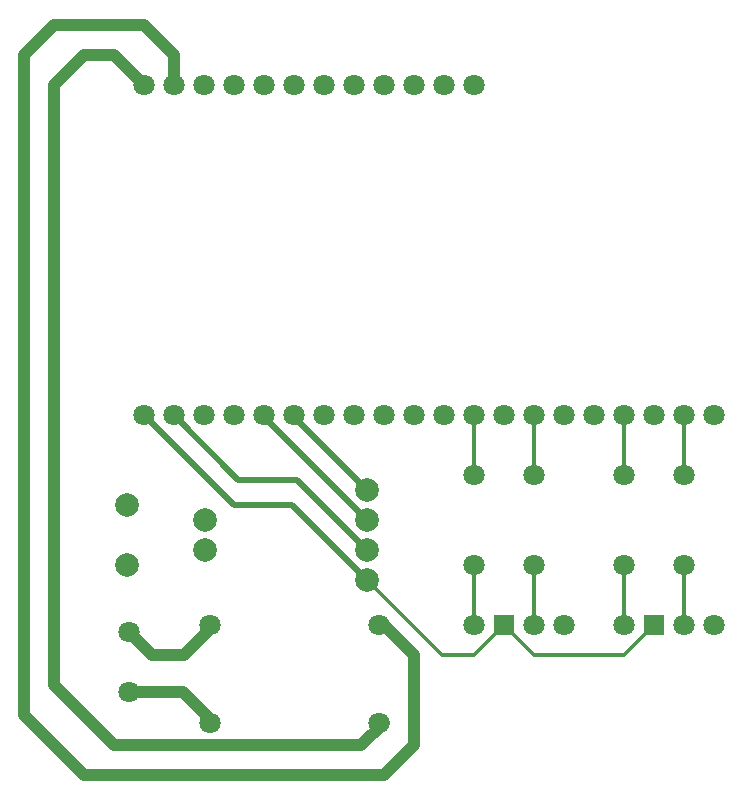
<source format=gtl>
%TF.GenerationSoftware,KiCad,Pcbnew,9.0.0*%
%TF.CreationDate,2025-03-03T00:57:14-08:00*%
%TF.ProjectId,sensor,73656e73-6f72-42e6-9b69-6361645f7063,v0.2*%
%TF.SameCoordinates,Original*%
%TF.FileFunction,Copper,L1,Top*%
%TF.FilePolarity,Positive*%
%FSLAX46Y46*%
G04 Gerber Fmt 4.6, Leading zero omitted, Abs format (unit mm)*
G04 Created by KiCad (PCBNEW 9.0.0) date 2025-03-03 00:57:14*
%MOMM*%
%LPD*%
G01*
G04 APERTURE LIST*
%TA.AperFunction,ComponentPad*%
%ADD10C,1.800000*%
%TD*%
%TA.AperFunction,ComponentPad*%
%ADD11R,1.800000X1.800000*%
%TD*%
%TA.AperFunction,ComponentPad*%
%ADD12C,2.000000*%
%TD*%
%TA.AperFunction,Conductor*%
%ADD13C,1.000000*%
%TD*%
%TA.AperFunction,Conductor*%
%ADD14C,0.200000*%
%TD*%
%TA.AperFunction,Conductor*%
%ADD15C,0.500000*%
%TD*%
%TA.AperFunction,Conductor*%
%ADD16C,0.300000*%
%TD*%
G04 APERTURE END LIST*
D10*
%TO.P,R4,1*%
%TO.N,Net-(TAG_LED1-G)*%
X177800000Y-111760000D03*
%TO.P,R4,2*%
%TO.N,Net-(ESP32_UWB1-IO36)*%
X177800000Y-104140000D03*
%TD*%
%TO.P,R3,1*%
%TO.N,Net-(TAG_LED1-R)*%
X172720000Y-111760000D03*
%TO.P,R3,2*%
%TO.N,Net-(ESP32_UWB1-IO34)*%
X172720000Y-104140000D03*
%TD*%
%TO.P,R2,1*%
%TO.N,Net-(SERVER_LED1-G)*%
X165100000Y-111760000D03*
%TO.P,R2,2*%
%TO.N,Net-(ESP32_UWB1-IO27)*%
X165100000Y-104140000D03*
%TD*%
%TO.P,R1,1*%
%TO.N,Net-(SERVER_LED1-R)*%
X160020000Y-111760000D03*
%TO.P,R1,2*%
%TO.N,Net-(ESP32_UWB1-IO25)*%
X160020000Y-104140000D03*
%TD*%
%TO.P,ESP32_UWB1,1,3V3*%
%TO.N,Net-(CAN_Transreceiver1-3.3V)*%
X132080000Y-99060000D03*
%TO.P,ESP32_UWB1,2,GND*%
%TO.N,Net-(CAN_Transreceiver1-GND)*%
X134620000Y-99060000D03*
%TO.P,ESP32_UWB1,3,RST*%
%TO.N,unconnected-(ESP32_UWB1-RST-Pad3)*%
X137160000Y-99060000D03*
%TO.P,ESP32_UWB1,4,GND*%
%TO.N,unconnected-(ESP32_UWB1-GND-Pad4)*%
X139700000Y-99060000D03*
%TO.P,ESP32_UWB1,5,IO2*%
%TO.N,Net-(CAN_Transreceiver1-CAN_RX)*%
X142240000Y-99060000D03*
%TO.P,ESP32_UWB1,6,IO12*%
%TO.N,Net-(CAN_Transreceiver1-CAN_TX)*%
X144780000Y-99060000D03*
%TO.P,ESP32_UWB1,7,IO13*%
%TO.N,unconnected-(ESP32_UWB1-IO13-Pad7)*%
X147320000Y-99060000D03*
%TO.P,ESP32_UWB1,8,IO14*%
%TO.N,unconnected-(ESP32_UWB1-IO14-Pad8)*%
X149860000Y-99060000D03*
%TO.P,ESP32_UWB1,9,IO15*%
%TO.N,unconnected-(ESP32_UWB1-IO15-Pad9)*%
X152400000Y-99060000D03*
%TO.P,ESP32_UWB1,10,IO18*%
%TO.N,unconnected-(ESP32_UWB1-IO18-Pad10)*%
X154940000Y-99060000D03*
%TO.P,ESP32_UWB1,11,IO19*%
%TO.N,unconnected-(ESP32_UWB1-IO19-Pad11)*%
X157480000Y-99060000D03*
%TO.P,ESP32_UWB1,12,IO25*%
%TO.N,Net-(ESP32_UWB1-IO25)*%
X160020000Y-99060000D03*
%TO.P,ESP32_UWB1,13,IO26*%
%TO.N,unconnected-(ESP32_UWB1-IO26-Pad13)*%
X162560000Y-99060000D03*
%TO.P,ESP32_UWB1,14,IO27*%
%TO.N,Net-(ESP32_UWB1-IO27)*%
X165100000Y-99060000D03*
%TO.P,ESP32_UWB1,15,IO32*%
%TO.N,unconnected-(ESP32_UWB1-IO32-Pad15)*%
X167640000Y-99060000D03*
%TO.P,ESP32_UWB1,16,IO33*%
%TO.N,unconnected-(ESP32_UWB1-IO33-Pad16)*%
X170180000Y-99060000D03*
%TO.P,ESP32_UWB1,17,IO34*%
%TO.N,Net-(ESP32_UWB1-IO34)*%
X172720000Y-99060000D03*
%TO.P,ESP32_UWB1,18,IO35*%
%TO.N,unconnected-(ESP32_UWB1-IO35-Pad18)*%
X175260000Y-99060000D03*
%TO.P,ESP32_UWB1,19,IO36*%
%TO.N,Net-(ESP32_UWB1-IO36)*%
X177800000Y-99060000D03*
%TO.P,ESP32_UWB1,20,IO39*%
%TO.N,unconnected-(ESP32_UWB1-IO39-Pad20)*%
X180340000Y-99060000D03*
%TO.P,ESP32_UWB1,21,5V0*%
%TO.N,Net-(5V_Regulator1-OUT+)*%
X132080000Y-71120000D03*
%TO.P,ESP32_UWB1,22,GND*%
%TO.N,Net-(5V_Regulator1-OUT-)*%
X134620000Y-71120000D03*
%TO.P,ESP32_UWB1,23,IO3*%
%TO.N,unconnected-(ESP32_UWB1-IO3-Pad23)*%
X137160000Y-71120000D03*
%TO.P,ESP32_UWB1,24,IO1*%
%TO.N,unconnected-(ESP32_UWB1-IO1-Pad24)*%
X139700000Y-71120000D03*
%TO.P,ESP32_UWB1,25,IO0*%
%TO.N,unconnected-(ESP32_UWB1-IO0-Pad25)*%
X142240000Y-71120000D03*
%TO.P,ESP32_UWB1,26,IO4*%
%TO.N,unconnected-(ESP32_UWB1-IO4-Pad26)*%
X144780000Y-71120000D03*
%TO.P,ESP32_UWB1,27,IO5*%
%TO.N,unconnected-(ESP32_UWB1-IO5-Pad27)*%
X147320000Y-71120000D03*
%TO.P,ESP32_UWB1,28,IO16*%
%TO.N,unconnected-(ESP32_UWB1-IO16-Pad28)*%
X149860000Y-71120000D03*
%TO.P,ESP32_UWB1,29,IO17*%
%TO.N,unconnected-(ESP32_UWB1-IO17-Pad29)*%
X152400000Y-71120000D03*
%TO.P,ESP32_UWB1,30,IO21*%
%TO.N,unconnected-(ESP32_UWB1-IO21-Pad30)*%
X154940000Y-71120000D03*
%TO.P,ESP32_UWB1,31,IO22*%
%TO.N,unconnected-(ESP32_UWB1-IO22-Pad31)*%
X157480000Y-71120000D03*
%TO.P,ESP32_UWB1,32,IO23*%
%TO.N,unconnected-(ESP32_UWB1-IO23-Pad32)*%
X160020000Y-71120000D03*
%TD*%
%TO.P,SERVER_LED1,1,R*%
%TO.N,Net-(SERVER_LED1-R)*%
X160020000Y-116840000D03*
D11*
%TO.P,SERVER_LED1,2,VCC*%
%TO.N,Net-(CAN_Transreceiver1-3.3V)*%
X162560000Y-116840000D03*
D10*
%TO.P,SERVER_LED1,3,G*%
%TO.N,Net-(SERVER_LED1-G)*%
X165100000Y-116840000D03*
%TO.P,SERVER_LED1,4,B*%
%TO.N,unconnected-(SERVER_LED1-B-Pad4)*%
X167640000Y-116840000D03*
%TD*%
%TO.P,5V_Regulator1,1,IN-*%
%TO.N,Net-(2_PIN_Connector1-Pin_1)*%
X137720000Y-116840000D03*
%TO.P,5V_Regulator1,2,IN+*%
%TO.N,Net-(2_PIN_Connector1-Pin_2)*%
X137720000Y-125120000D03*
%TO.P,5V_Regulator1,3,OUT-*%
%TO.N,Net-(5V_Regulator1-OUT-)*%
X152040000Y-116840000D03*
%TO.P,5V_Regulator1,4,OUT+*%
%TO.N,Net-(5V_Regulator1-OUT+)*%
X152040000Y-125120000D03*
%TD*%
%TO.P,TAG_LED1,1,R*%
%TO.N,Net-(TAG_LED1-R)*%
X172720000Y-116840000D03*
D11*
%TO.P,TAG_LED1,2,VCC*%
%TO.N,Net-(CAN_Transreceiver1-3.3V)*%
X175260000Y-116840000D03*
D10*
%TO.P,TAG_LED1,3,G*%
%TO.N,Net-(TAG_LED1-G)*%
X177800000Y-116840000D03*
%TO.P,TAG_LED1,4,B*%
%TO.N,unconnected-(TAG_LED1-B-Pad4)*%
X180340000Y-116840000D03*
%TD*%
D12*
%TO.P,CAN_Transreceiver1,1,3.3V*%
%TO.N,Net-(CAN_Transreceiver1-3.3V)*%
X151000000Y-113030000D03*
%TO.P,CAN_Transreceiver1,2,GND*%
%TO.N,Net-(CAN_Transreceiver1-GND)*%
X151000000Y-110490000D03*
%TO.P,CAN_Transreceiver1,3,CAN_RX*%
%TO.N,Net-(CAN_Transreceiver1-CAN_RX)*%
X151000000Y-107950000D03*
%TO.P,CAN_Transreceiver1,4,CAN_TX*%
%TO.N,Net-(CAN_Transreceiver1-CAN_TX)*%
X151000000Y-105410000D03*
%TO.P,CAN_Transreceiver1,5,CANL*%
%TO.N,unconnected-(CAN_Transreceiver1-CANL-Pad5)*%
X130700000Y-111760000D03*
%TO.P,CAN_Transreceiver1,6,CANH*%
%TO.N,unconnected-(CAN_Transreceiver1-CANH-Pad6)*%
X130700000Y-106680000D03*
%TO.P,CAN_Transreceiver1,7,R120*%
%TO.N,unconnected-(CAN_Transreceiver1-R120-Pad7)*%
X137300000Y-110490000D03*
%TO.P,CAN_Transreceiver1,8,R120*%
%TO.N,unconnected-(CAN_Transreceiver1-R120-Pad8)*%
X137300000Y-107950000D03*
%TD*%
D10*
%TO.P,2_PIN_Connector1,1,Pin_1*%
%TO.N,Net-(2_PIN_Connector1-Pin_1)*%
X130810000Y-117420000D03*
%TO.P,2_PIN_Connector1,2,Pin_2*%
%TO.N,Net-(2_PIN_Connector1-Pin_2)*%
X130810000Y-122500000D03*
%TD*%
D13*
%TO.N,Net-(5V_Regulator1-OUT-)*%
X124460000Y-66040000D02*
X132080000Y-66040000D01*
X154940000Y-127000000D02*
X152400000Y-129540000D01*
X121920000Y-124460000D02*
X121920000Y-68580000D01*
X132080000Y-66040000D02*
X134620000Y-68580000D01*
X134620000Y-68580000D02*
X134620000Y-71120000D01*
X127000000Y-129540000D02*
X121920000Y-124460000D01*
X152400000Y-129540000D02*
X127000000Y-129540000D01*
X154940000Y-119380000D02*
X152400000Y-116840000D01*
X121920000Y-68580000D02*
X124460000Y-66040000D01*
X154940000Y-119380000D02*
X154940000Y-127000000D01*
%TO.N,Net-(5V_Regulator1-OUT+)*%
X129540000Y-68580000D02*
X132080000Y-71120000D01*
X150520000Y-127000000D02*
X129540000Y-127000000D01*
X124460000Y-71120000D02*
X127000000Y-68580000D01*
X129540000Y-127000000D02*
X124460000Y-121920000D01*
X124460000Y-121920000D02*
X124460000Y-71120000D01*
X127000000Y-68580000D02*
X129540000Y-68580000D01*
X152400000Y-125120000D02*
X150520000Y-127000000D01*
D14*
%TO.N,Net-(CAN_Transreceiver1-CAN_RX)*%
X142240000Y-99190000D02*
X142240000Y-99060000D01*
D15*
X151000000Y-107950000D02*
X142240000Y-99190000D01*
%TO.N,Net-(CAN_Transreceiver1-CAN_TX)*%
X151000000Y-105410000D02*
X144780000Y-99190000D01*
D14*
X144780000Y-99190000D02*
X144780000Y-99060000D01*
D15*
%TO.N,Net-(CAN_Transreceiver1-GND)*%
X151000000Y-110490000D02*
X145054499Y-104544499D01*
X140104499Y-104544499D02*
X134620000Y-99060000D01*
X145054499Y-104544499D02*
X140104499Y-104544499D01*
D16*
%TO.N,Net-(CAN_Transreceiver1-3.3V)*%
X160020000Y-119380000D02*
X162560000Y-116840000D01*
X165100000Y-119380000D02*
X172720000Y-119380000D01*
D15*
X139700000Y-106680000D02*
X132080000Y-99060000D01*
X151000000Y-113030000D02*
X144650000Y-106680000D01*
X144650000Y-106680000D02*
X139700000Y-106680000D01*
D16*
X162560000Y-116840000D02*
X165100000Y-119380000D01*
X151000000Y-113030000D02*
X157350000Y-119380000D01*
X172720000Y-119380000D02*
X175260000Y-116840000D01*
X157350000Y-119380000D02*
X160020000Y-119380000D01*
%TO.N,Net-(ESP32_UWB1-IO27)*%
X165100000Y-104140000D02*
X165100000Y-99060000D01*
%TO.N,Net-(SERVER_LED1-R)*%
X160020000Y-111760000D02*
X160020000Y-116840000D01*
%TO.N,Net-(SERVER_LED1-G)*%
X165100000Y-116840000D02*
X165100000Y-111760000D01*
%TO.N,Net-(TAG_LED1-R)*%
X172720000Y-111760000D02*
X172720000Y-116840000D01*
%TO.N,Net-(TAG_LED1-G)*%
X177800000Y-111760000D02*
X177800000Y-116840000D01*
%TO.N,Net-(ESP32_UWB1-IO34)*%
X172720000Y-104140000D02*
X172720000Y-99060000D01*
%TO.N,Net-(ESP32_UWB1-IO36)*%
X177800000Y-104140000D02*
X177800000Y-99060000D01*
%TO.N,Net-(ESP32_UWB1-IO25)*%
X160020000Y-99060000D02*
X160020000Y-104140000D01*
D13*
%TO.N,Net-(2_PIN_Connector1-Pin_1)*%
X135540000Y-119380000D02*
X138080000Y-116840000D01*
X130810000Y-117420000D02*
X132770000Y-119380000D01*
X132770000Y-119380000D02*
X135540000Y-119380000D01*
%TO.N,Net-(2_PIN_Connector1-Pin_2)*%
X135460000Y-122500000D02*
X138080000Y-125120000D01*
X130810000Y-122500000D02*
X135460000Y-122500000D01*
%TD*%
M02*

</source>
